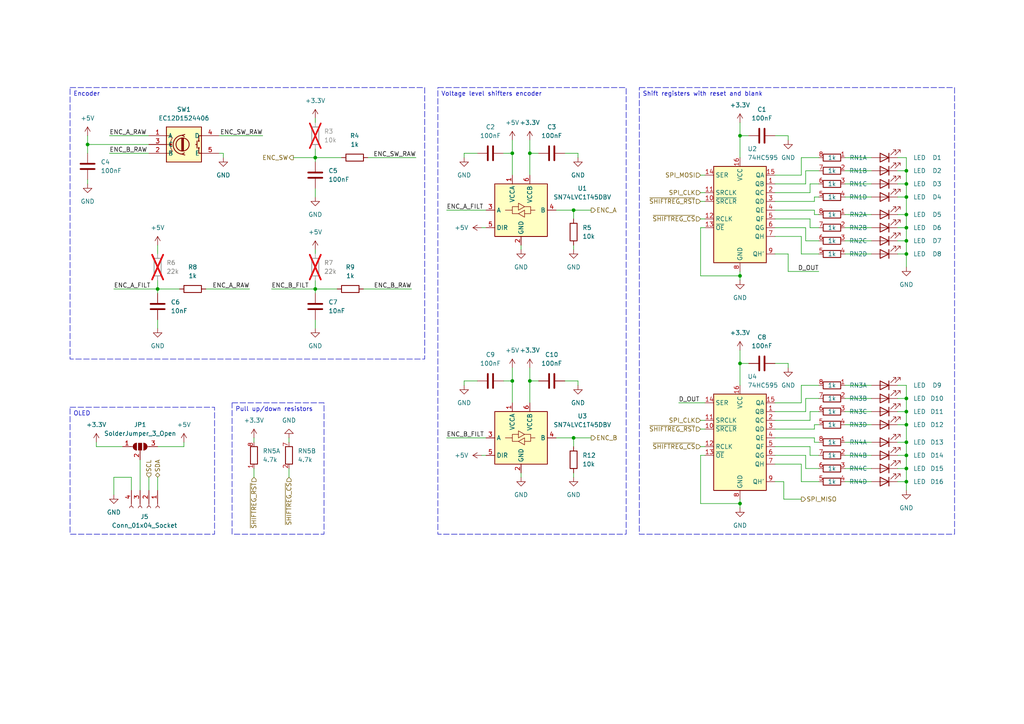
<source format=kicad_sch>
(kicad_sch (version 20231120) (generator "eeschema") (generator_version "8.0")
  (paper "A4")
  (title_block (title "HMI") (date "2024-04-26") (rev "V2.0") (company "HAN") (comment 1 "Authors: Thomas Ijseldijk, Hugo Arends & Emiel Visser"))
  (lib_symbols
    (symbol "74xx:74HC595"
      (property "Reference" "U" (at -7.62 13.97 0))
      (property "Value" "74HC595" (at -7.62 -16.51 0))
      (symbol "74HC595_1_0"
        (pin tri_state line (at 10.16 7.62 180) (length 2.54) (name "QB") (number "1"))
        (pin input line (at -10.16 2.54 0) (length 2.54) (name "~{SRCLR}") (number "10"))
        (pin input line (at -10.16 5.08 0) (length 2.54) (name "SRCLK") (number "11"))
        (pin input line (at -10.16 -2.54 0) (length 2.54) (name "RCLK") (number "12"))
        (pin input line (at -10.16 -5.08 0) (length 2.54) (name "~{OE}") (number "13"))
        (pin input line (at -10.16 10.16 0) (length 2.54) (name "SER") (number "14"))
        (pin tri_state line (at 10.16 10.16 180) (length 2.54) (name "QA") (number "15"))
        (pin power_in line (at 0 15.24 270) (length 2.54) (name "VCC") (number "16"))
        (pin tri_state line (at 10.16 5.08 180) (length 2.54) (name "QC") (number "2"))
        (pin tri_state line (at 10.16 2.54 180) (length 2.54) (name "QD") (number "3"))
        (pin tri_state line (at 10.16 0 180) (length 2.54) (name "QE") (number "4"))
        (pin tri_state line (at 10.16 -2.54 180) (length 2.54) (name "QF") (number "5"))
        (pin tri_state line (at 10.16 -5.08 180) (length 2.54) (name "QG") (number "6"))
        (pin tri_state line (at 10.16 -7.62 180) (length 2.54) (name "QH") (number "7"))
        (pin power_in line (at 0 -17.78 90) (length 2.54) (name "GND") (number "8"))
        (pin output line (at 10.16 -12.7 180) (length 2.54) (name "QH'") (number "9"))
      )
      (symbol "74HC595_1_1"
        (rectangle (start -7.62 12.7) (end 7.62 -15.24) (stroke (width 0.254)) (fill (type background)))
      )
    )
    (symbol "Connector:Conn_01x04_Socket" (pin_names (offset 1.016) hide)
      (property "Reference" "J" (at 0 5.08 0))
      (property "Value" "Conn_01x04_Socket" (at 0 -7.62 0))
      (symbol "Conn_01x04_Socket_1_1"
        (arc (start 0 -4.572) (mid -0.5058 -5.08) (end 0 -5.588) (stroke (width 0.1524)))
        (arc (start 0 -2.032) (mid -0.5058 -2.54) (end 0 -3.048) (stroke (width 0.1524)))
        (polyline (pts (xy -1.27 -5.08) (xy -0.508 -5.08)) (stroke (width 0.1524)))
        (polyline (pts (xy -1.27 -2.54) (xy -0.508 -2.54)) (stroke (width 0.1524)))
        (polyline (pts (xy -1.27 0) (xy -0.508 0)) (stroke (width 0.1524)))
        (polyline (pts (xy -1.27 2.54) (xy -0.508 2.54)) (stroke (width 0.1524)))
        (arc (start 0 0.508) (mid -0.5058 0) (end 0 -0.508) (stroke (width 0.1524)))
        (arc (start 0 3.048) (mid -0.5058 2.54) (end 0 2.032) (stroke (width 0.1524)))
        (pin passive line (at -5.08 2.54 0) (length 3.81) (name "Pin_1") (number "1"))
        (pin passive line (at -5.08 0 0) (length 3.81) (name "Pin_2") (number "2"))
        (pin passive line (at -5.08 -2.54 0) (length 3.81) (name "Pin_3") (number "3"))
        (pin passive line (at -5.08 -5.08 0) (length 3.81) (name "Pin_4") (number "4"))
      )
    )
    (symbol "Device:C" (pin_numbers hide) (pin_names (offset 0.254))
      (property "Reference" "C" (at 0.635 2.54 0))
      (property "Value" "C" (at 0.635 -2.54 0))
      (symbol "C_0_1"
        (polyline (pts (xy -2.032 -0.762) (xy 2.032 -0.762)) (stroke (width 0.508)))
        (polyline (pts (xy -2.032 0.762) (xy 2.032 0.762)) (stroke (width 0.508)))
      )
      (symbol "C_1_1"
        (pin passive line (at 0 3.81 270) (length 2.794) (name "~") (number "1"))
        (pin passive line (at 0 -3.81 90) (length 2.794) (name "~") (number "2"))
      )
    )
    (symbol "Device:LED" (pin_numbers hide) (pin_names (offset 1.016) hide)
      (property "Reference" "D" (at 0 2.54 0))
      (property "Value" "LED" (at 0 -2.54 0))
      (symbol "LED_0_1"
        (polyline (pts (xy -1.27 -1.27) (xy -1.27 1.27)) (stroke (width 0.254)))
        (polyline (pts (xy -1.27 0) (xy 1.27 0)))
        (polyline (pts (xy 1.27 -1.27) (xy 1.27 1.27) (xy -1.27 0) (xy 1.27 -1.27)) (stroke (width 0.254)))
        (polyline (pts (xy -3.048 -0.762) (xy -4.572 -2.286) (xy -3.81 -2.286) (xy -4.572 -2.286) (xy -4.572 -1.524)))
        (polyline (pts (xy -1.778 -0.762) (xy -3.302 -2.286) (xy -2.54 -2.286) (xy -3.302 -2.286) (xy -3.302 -1.524)))
      )
      (symbol "LED_1_1"
        (pin passive line (at -3.81 0 0) (length 2.54) (name "K") (number "1"))
        (pin passive line (at 3.81 0 180) (length 2.54) (name "A") (number "2"))
      )
    )
    (symbol "Device:R" (pin_numbers hide) (pin_names (offset 0))
      (property "Reference" "R" (at 2.032 0 90))
      (property "Value" "R" (at 0 0 90))
      (symbol "R_0_1"
        (rectangle (start -1.016 -2.54) (end 1.016 2.54) (stroke (width 0.254)))
      )
      (symbol "R_1_1"
        (pin passive line (at 0 3.81 270) (length 1.27) (name "~") (number "1"))
        (pin passive line (at 0 -3.81 90) (length 1.27) (name "~") (number "2"))
      )
    )
    (symbol "Device:R_Pack04_Split" (pin_names (offset 0) hide)
      (property "Reference" "RN" (at 2.032 0 90))
      (property "Value" "R_Pack04_Split" (at 0 0 90))
      (symbol "R_Pack04_Split_0_1"
        (rectangle (start 1.016 2.54) (end -1.016 -2.54) (stroke (width 0.254)))
      )
      (symbol "R_Pack04_Split_1_1"
        (pin passive line (at 0 -3.81 90) (length 1.27) (name "R1.1") (number "1"))
        (pin passive line (at 0 3.81 270) (length 1.27) (name "R1.2") (number "8"))
      )
      (symbol "R_Pack04_Split_2_1"
        (pin passive line (at 0 -3.81 90) (length 1.27) (name "R2.1") (number "2"))
        (pin passive line (at 0 3.81 270) (length 1.27) (name "R2.2") (number "7"))
      )
      (symbol "R_Pack04_Split_3_1"
        (pin passive line (at 0 -3.81 90) (length 1.27) (name "R3.1") (number "3"))
        (pin passive line (at 0 3.81 270) (length 1.27) (name "R3.2") (number "6"))
      )
      (symbol "R_Pack04_Split_4_1"
        (pin passive line (at 0 -3.81 90) (length 1.27) (name "R4.1") (number "4"))
        (pin passive line (at 0 3.81 270) (length 1.27) (name "R4.2") (number "5"))
      )
    )
    (symbol "Jumper:SolderJumper_3_Open" (pin_names (offset 0) hide)
      (property "Reference" "JP" (at -2.54 -2.54 0))
      (property "Value" "SolderJumper_3_Open" (at 0 2.794 0))
      (symbol "SolderJumper_3_Open_0_1"
        (arc (start -1.016 1.016) (mid -2.0276 0) (end -1.016 -1.016))
        (arc (start -1.016 1.016) (mid -2.0276 0) (end -1.016 -1.016) (fill (type outline)))
        (rectangle (start -0.508 1.016) (end 0.508 -1.016) (fill (type outline)))
        (polyline (pts (xy -2.54 0) (xy -2.032 0)))
        (polyline (pts (xy -1.016 1.016) (xy -1.016 -1.016)))
        (polyline (pts (xy 0 -1.27) (xy 0 -1.016)))
        (polyline (pts (xy 1.016 1.016) (xy 1.016 -1.016)))
        (polyline (pts (xy 2.54 0) (xy 2.032 0)))
        (arc (start 1.016 -1.016) (mid 2.0276 0) (end 1.016 1.016))
        (arc (start 1.016 -1.016) (mid 2.0276 0) (end 1.016 1.016) (fill (type outline)))
      )
      (symbol "SolderJumper_3_Open_1_1"
        (pin passive line (at -5.08 0 0) (length 2.54) (name "A") (number "1"))
        (pin passive line (at 0 -3.81 90) (length 2.54) (name "C") (number "2"))
        (pin passive line (at 5.08 0 180) (length 2.54) (name "B") (number "3"))
      )
    )
    (symbol "Logic_LevelTranslator:SN74LVC1T45DBV"
      (property "Reference" "U" (at -6.35 8.89 0))
      (property "Value" "SN74LVC1T45DBV" (at 3.81 8.89 0))
      (symbol "SN74LVC1T45DBV_0_1"
        (rectangle (start -7.62 7.62) (end 7.62 -7.62) (stroke (width 0.254)) (fill (type background)))
        (polyline (pts (xy -2.54 0) (xy -2.54 1.016) (xy -0.762 1.016)))
        (polyline (pts (xy 2.794 0) (xy 2.794 -1.016) (xy 1.016 -1.016)))
        (polyline (pts (xy -0.762 -1.016) (xy -2.54 -1.016) (xy -2.54 0) (xy -4.572 0)))
        (polyline (pts (xy -0.762 0) (xy -0.762 2.032) (xy 1.016 1.016) (xy -0.762 0)))
        (polyline (pts (xy 1.016 1.016) (xy 2.794 1.016) (xy 2.794 0) (xy 4.064 0)))
        (polyline (pts (xy 1.016 0) (xy 1.016 -1.778) (xy 1.016 -2.032) (xy -0.762 -1.016) (xy 1.016 0)))
      )
      (symbol "SN74LVC1T45DBV_1_1"
        (pin power_in line (at -2.54 10.16 270) (length 2.54) (name "VCCA") (number "1"))
        (pin power_in line (at 0 -10.16 90) (length 2.54) (name "GND") (number "2"))
        (pin bidirectional line (at -10.16 0 0) (length 2.54) (name "A") (number "3"))
        (pin bidirectional line (at 10.16 0 180) (length 2.54) (name "B") (number "4"))
        (pin input line (at -10.16 -5.08 0) (length 2.54) (name "DIR") (number "5"))
        (pin power_in line (at 2.54 10.16 270) (length 2.54) (name "VCCB") (number "6"))
      )
    )
    (symbol "SamacSys:EC12D1564404"
      (property "Reference" "SW" (at 10.414 7.62 0))
      (property "Value" "EC12D1564404" (at 10.414 5.08 0))
      (symbol "EC12D1564404_0_1"
        (polyline (pts (xy 9.525 -4.318) (xy 9.525 -0.762)) (stroke (width 0.254)))
        (polyline (pts (xy 9.779 -4.318) (xy 9.779 -0.762)) (stroke (width 0.254)))
        (polyline (pts (xy 10.033 -0.762) (xy 10.033 -4.318)) (stroke (width 0.254)))
        (polyline (pts (xy 13.97 -2.54) (xy 13.589 -2.54)) (stroke (width 0.254)))
        (polyline (pts (xy 13.97 -1.524) (xy 13.97 -3.556)) (stroke (width 0.254)))
        (polyline (pts (xy 5.08 -5.08) (xy 6.35 -5.08) (xy 6.35 -4.572)))
        (polyline (pts (xy 5.08 0) (xy 6.35 0) (xy 6.35 -0.508)))
        (polyline (pts (xy 10.414 -5.588) (xy 9.652 -5.334) (xy 10.287 -4.953)) (stroke (width 0.254)))
        (polyline (pts (xy 10.414 0.381) (xy 9.652 0.127) (xy 10.287 -0.254)) (stroke (width 0.254)))
        (polyline (pts (xy 15.24 -5.08) (xy 14.478 -5.08) (xy 14.478 -3.556)) (stroke (width 0.254)))
        (polyline (pts (xy 15.24 0) (xy 14.478 0) (xy 14.478 -1.524)) (stroke (width 0.254)))
        (polyline (pts (xy 5.08 -2.54) (xy 6.35 -2.54) (xy 6.35 -3.556) (xy 6.858 -4.572)))
        (polyline (pts (xy 5.842 -2.54) (xy 6.35 -2.54) (xy 6.35 -1.524) (xy 6.858 -0.508)))
        (circle (center 6.35 -2.54) (radius 0.254) (fill (type outline)))
        (circle (center 9.779 -2.54) (radius 1.905) (stroke (width 0.254)))
        (arc (start 9.779 0.127) (mid 7.0612 -2.6035) (end 9.779 -5.334) (stroke (width 0.254)))
        (circle (center 14.478 -3.556) (radius 0.127) (stroke (width 0.254)))
        (circle (center 14.478 -1.524) (radius 0.127) (stroke (width 0.254)))
      )
      (symbol "EC12D1564404_1_1"
        (rectangle (start 5.08 2.54) (end 15.24 -7.62) (stroke (width 0.254)) (fill (type background)))
        (pin passive line (at 0 0 0) (length 5.08) (name "A") (number "1"))
        (pin passive line (at 0 -5.08 0) (length 5.08) (name "B") (number "2"))
        (pin passive line (at 0 -2.54 0) (length 5.08) (name "C") (number "3"))
        (pin passive line (at 20.32 0 180) (length 5.08) (name "D") (number "4"))
        (pin passive line (at 20.32 -5.08 180) (length 5.08) (name "E") (number "5"))
      )
    )
    (symbol "power:+3.3V" (power) (pin_names (offset 0))
      (property "Value" "+3.3V" (at 0 3.556 0))
      (symbol "+3.3V_0_1"
        (polyline (pts (xy -0.762 1.27) (xy 0 2.54)))
        (polyline (pts (xy 0 0) (xy 0 2.54)))
        (polyline (pts (xy 0 2.54) (xy 0.762 1.27)))
      )
      (symbol "+3.3V_1_1"
        (pin power_in line (at 0 0 90) (length 0) hide (name "+3.3V") (number "1"))
      )
    )
    (symbol "power:+5V" (power) (pin_names (offset 0))
      (property "Value" "+5V" (at 0 3.556 0))
      (symbol "+5V_0_1"
        (polyline (pts (xy -0.762 1.27) (xy 0 2.54)))
        (polyline (pts (xy 0 0) (xy 0 2.54)))
        (polyline (pts (xy 0 2.54) (xy 0.762 1.27)))
      )
      (symbol "+5V_1_1"
        (pin power_in line (at 0 0 90) (length 0) hide (name "+5V") (number "1"))
      )
    )
    (symbol "power:GND" (power) (pin_names (offset 0))
      (property "Value" "GND" (at 0 -3.81 0))
      (symbol "GND_0_1"
        (polyline (pts (xy 0 0) (xy 0 -1.27) (xy 1.27 -1.27) (xy 0 -2.54) (xy -1.27 -1.27) (xy 0 -1.27)))
      )
      (symbol "GND_1_1"
        (pin power_in line (at 0 0 270) (length 0) hide (name "GND") (number "1"))
      )
    )
  )
  (junction (at 148.59 44.45))
  (junction (at 262.89 49.53))
  (junction (at 166.37 60.96))
  (junction (at 262.89 69.85))
  (junction (at 25.4 41.91))
  (junction (at 262.89 128.27))
  (junction (at 262.89 132.08))
  (junction (at 166.37 127))
  (junction (at 262.89 115.57))
  (junction (at 262.89 123.19))
  (junction (at 153.67 110.49))
  (junction (at 91.44 45.72))
  (junction (at 214.63 80.01))
  (junction (at 262.89 119.38))
  (junction (at 214.63 39.37))
  (junction (at 45.72 83.82))
  (junction (at 153.67 44.45))
  (junction (at 262.89 135.89))
  (junction (at 262.89 73.66))
  (junction (at 262.89 57.15))
  (junction (at 262.89 66.04))
  (junction (at 262.89 62.23))
  (junction (at 91.44 83.82))
  (junction (at 262.89 139.7))
  (junction (at 148.59 110.49))
  (junction (at 262.89 53.34))
  (junction (at 214.63 146.05))
  (junction (at 214.63 105.41))
  (wire (pts (xy 204.47 66.04) (xy 203.2 66.04)))
  (wire (pts (xy 134.62 111.76) (xy 134.62 110.49)))
  (wire (pts (xy 214.63 105.41) (xy 214.63 111.76)))
  (wire (pts (xy 166.37 127) (xy 171.45 127)))
  (wire (pts (xy 203.2 58.42) (xy 204.47 58.42)))
  (wire (pts (xy 167.64 44.45) (xy 163.83 44.45)))
  (wire (pts (xy 245.11 69.85) (xy 252.73 69.85)))
  (wire (pts (xy 262.89 62.23) (xy 262.89 57.15)))
  (wire (pts (xy 217.17 39.37) (xy 214.63 39.37)))
  (wire (pts (xy 262.89 49.53) (xy 262.89 45.72)))
  (wire (pts (xy 260.35 132.08) (xy 262.89 132.08)))
  (wire (pts (xy 234.95 66.04) (xy 234.95 63.5)))
  (wire (pts (xy 129.54 127) (xy 140.97 127)))
  (wire (pts (xy 260.35 119.38) (xy 262.89 119.38)))
  (wire (pts (xy 232.41 116.84) (xy 224.79 116.84)))
  (wire (pts (xy 245.11 123.19) (xy 252.73 123.19)))
  (wire (pts (xy 233.68 132.08) (xy 224.79 132.08)))
  (wire (pts (xy 236.22 58.42) (xy 224.79 58.42)))
  (wire (pts (xy 214.63 78.74) (xy 214.63 80.01)))
  (wire (pts (xy 260.35 69.85) (xy 262.89 69.85)))
  (wire (pts (xy 233.68 69.85) (xy 233.68 66.04)))
  (wire (pts (xy 237.49 119.38) (xy 234.95 119.38)))
  (wire (pts (xy 228.6 39.37) (xy 224.79 39.37)))
  (wire (pts (xy 232.41 73.66) (xy 237.49 73.66)))
  (wire (pts (xy 236.22 124.46) (xy 224.79 124.46)))
  (wire (pts (xy 139.7 66.04) (xy 140.97 66.04)))
  (wire (pts (xy 146.05 110.49) (xy 148.59 110.49)))
  (wire (pts (xy 214.63 101.6) (xy 214.63 105.41)))
  (wire (pts (xy 72.39 83.82) (xy 59.69 83.82)))
  (wire (pts (xy 146.05 44.45) (xy 148.59 44.45)))
  (wire (pts (xy 83.82 138.43) (xy 83.82 135.89)))
  (wire (pts (xy 83.82 128.27) (xy 83.82 127)))
  (wire (pts (xy 260.35 73.66) (xy 262.89 73.66)))
  (wire (pts (xy 166.37 60.96) (xy 171.45 60.96)))
  (wire (pts (xy 245.11 119.38) (xy 252.73 119.38)))
  (wire (pts (xy 134.62 44.45) (xy 138.43 44.45)))
  (wire (pts (xy 262.89 115.57) (xy 262.89 119.38)))
  (wire (pts (xy 203.2 63.5) (xy 204.47 63.5)))
  (wire (pts (xy 148.59 110.49) (xy 148.59 116.84)))
  (wire (pts (xy 161.29 127) (xy 166.37 127)))
  (wire (pts (xy 260.35 66.04) (xy 262.89 66.04)))
  (wire (pts (xy 217.17 105.41) (xy 214.63 105.41)))
  (wire (pts (xy 214.63 80.01) (xy 214.63 81.28)))
  (wire (pts (xy 91.44 72.39) (xy 91.44 73.66)))
  (wire (pts (xy 45.72 138.43) (xy 45.72 142.24)))
  (wire (pts (xy 234.95 121.92) (xy 224.79 121.92)))
  (wire (pts (xy 134.62 110.49) (xy 138.43 110.49)))
  (wire (pts (xy 236.22 57.15) (xy 236.22 58.42)))
  (wire (pts (xy 40.64 133.35) (xy 40.64 142.24)))
  (wire (pts (xy 228.6 105.41) (xy 224.79 105.41)))
  (wire (pts (xy 91.44 45.72) (xy 91.44 46.99)))
  (wire (pts (xy 234.95 119.38) (xy 234.95 121.92)))
  (wire (pts (xy 203.2 124.46) (xy 204.47 124.46)))
  (wire (pts (xy 224.79 134.62) (xy 232.41 134.62)))
  (wire (pts (xy 156.21 44.45) (xy 153.67 44.45)))
  (wire (pts (xy 167.64 111.76) (xy 167.64 110.49)))
  (wire (pts (xy 233.68 49.53) (xy 237.49 49.53)))
  (wire (pts (xy 233.68 119.38) (xy 233.68 115.57)))
  (wire (pts (xy 262.89 132.08) (xy 262.89 135.89)))
  (wire (pts (xy 45.72 83.82) (xy 45.72 85.09)))
  (wire (pts (xy 232.41 50.8) (xy 224.79 50.8)))
  (wire (pts (xy 148.59 106.68) (xy 148.59 110.49)))
  (wire (pts (xy 91.44 83.82) (xy 97.79 83.82)))
  (wire (pts (xy 52.07 83.82) (xy 45.72 83.82)))
  (wire (pts (xy 214.63 39.37) (xy 214.63 45.72)))
  (wire (pts (xy 236.22 60.96) (xy 236.22 62.23)))
  (wire (pts (xy 245.11 132.08) (xy 252.73 132.08)))
  (wire (pts (xy 234.95 63.5) (xy 224.79 63.5)))
  (wire (pts (xy 148.59 40.64) (xy 148.59 44.45)))
  (wire (pts (xy 45.72 71.12) (xy 45.72 73.66)))
  (wire (pts (xy 236.22 128.27) (xy 237.49 128.27)))
  (wire (pts (xy 233.68 115.57) (xy 237.49 115.57)))
  (wire (pts (xy 204.47 55.88) (xy 203.2 55.88)))
  (wire (pts (xy 236.22 123.19) (xy 236.22 124.46)))
  (wire (pts (xy 166.37 60.96) (xy 166.37 63.5)))
  (wire (pts (xy 203.2 146.05) (xy 214.63 146.05)))
  (wire (pts (xy 232.41 111.76) (xy 232.41 116.84)))
  (wire (pts (xy 260.35 123.19) (xy 262.89 123.19)))
  (wire (pts (xy 166.37 127) (xy 166.37 129.54)))
  (wire (pts (xy 262.89 53.34) (xy 262.89 49.53)))
  (wire (pts (xy 214.63 144.78) (xy 214.63 146.05)))
  (wire (pts (xy 262.89 111.76) (xy 262.89 115.57)))
  (wire (pts (xy 262.89 57.15) (xy 262.89 53.34)))
  (wire (pts (xy 153.67 40.64) (xy 153.67 44.45)))
  (wire (pts (xy 228.6 106.68) (xy 228.6 105.41)))
  (wire (pts (xy 260.35 128.27) (xy 262.89 128.27)))
  (wire (pts (xy 78.74 83.82) (xy 91.44 83.82)))
  (wire (pts (xy 25.4 52.07) (xy 25.4 53.34)))
  (wire (pts (xy 234.95 53.34) (xy 234.95 55.88)))
  (wire (pts (xy 224.79 53.34) (xy 233.68 53.34)))
  (wire (pts (xy 45.72 81.28) (xy 45.72 83.82)))
  (wire (pts (xy 91.44 45.72) (xy 85.09 45.72)))
  (wire (pts (xy 260.35 111.76) (xy 262.89 111.76)))
  (wire (pts (xy 227.33 144.78) (xy 227.33 139.7)))
  (wire (pts (xy 232.41 68.58) (xy 232.41 73.66)))
  (wire (pts (xy 237.49 66.04) (xy 234.95 66.04)))
  (wire (pts (xy 53.34 128.27) (xy 53.34 129.54)))
  (wire (pts (xy 233.68 53.34) (xy 233.68 49.53)))
  (wire (pts (xy 134.62 45.72) (xy 134.62 44.45)))
  (wire (pts (xy 237.49 111.76) (xy 232.41 111.76)))
  (wire (pts (xy 260.35 115.57) (xy 262.89 115.57)))
  (wire (pts (xy 33.02 138.43) (xy 38.1 138.43)))
  (wire (pts (xy 91.44 43.18) (xy 91.44 45.72)))
  (wire (pts (xy 224.79 127) (xy 236.22 127)))
  (wire (pts (xy 148.59 44.45) (xy 148.59 50.8)))
  (wire (pts (xy 91.44 57.15) (xy 91.44 54.61)))
  (wire (pts (xy 237.49 53.34) (xy 234.95 53.34)))
  (wire (pts (xy 27.94 129.54) (xy 35.56 129.54)))
  (wire (pts (xy 214.63 146.05) (xy 214.63 147.32)))
  (wire (pts (xy 236.22 123.19) (xy 237.49 123.19)))
  (wire (pts (xy 233.68 66.04) (xy 224.79 66.04)))
  (wire (pts (xy 153.67 110.49) (xy 153.67 116.84)))
  (wire (pts (xy 227.33 144.78) (xy 232.41 144.78)))
  (wire (pts (xy 161.29 60.96) (xy 166.37 60.96)))
  (wire (pts (xy 91.44 81.28) (xy 91.44 83.82)))
  (wire (pts (xy 105.41 83.82) (xy 119.38 83.82)))
  (wire (pts (xy 260.35 139.7) (xy 262.89 139.7)))
  (wire (pts (xy 232.41 134.62) (xy 232.41 139.7)))
  (wire (pts (xy 234.95 132.08) (xy 234.95 129.54)))
  (wire (pts (xy 91.44 95.25) (xy 91.44 92.71)))
  (wire (pts (xy 151.13 71.12) (xy 151.13 72.39)))
  (wire (pts (xy 151.13 137.16) (xy 151.13 138.43)))
  (wire (pts (xy 33.02 143.51) (xy 33.02 138.43)))
  (wire (pts (xy 245.11 45.72) (xy 252.73 45.72)))
  (wire (pts (xy 245.11 73.66) (xy 252.73 73.66)))
  (wire (pts (xy 234.95 129.54) (xy 224.79 129.54)))
  (wire (pts (xy 166.37 137.16) (xy 166.37 138.43)))
  (wire (pts (xy 228.6 78.74) (xy 228.6 73.66)))
  (wire (pts (xy 31.75 44.45) (xy 43.18 44.45)))
  (wire (pts (xy 262.89 135.89) (xy 262.89 139.7)))
  (wire (pts (xy 237.49 45.72) (xy 232.41 45.72)))
  (wire (pts (xy 224.79 119.38) (xy 233.68 119.38)))
  (wire (pts (xy 245.11 53.34) (xy 252.73 53.34)))
  (wire (pts (xy 25.4 44.45) (xy 25.4 41.91)))
  (wire (pts (xy 262.89 66.04) (xy 262.89 69.85)))
  (wire (pts (xy 73.66 135.89) (xy 73.66 138.43)))
  (wire (pts (xy 214.63 35.56) (xy 214.63 39.37)))
  (wire (pts (xy 203.2 132.08) (xy 203.2 146.05)))
  (wire (pts (xy 203.2 129.54) (xy 204.47 129.54)))
  (wire (pts (xy 260.35 57.15) (xy 262.89 57.15)))
  (wire (pts (xy 31.75 39.37) (xy 43.18 39.37)))
  (wire (pts (xy 203.2 80.01) (xy 214.63 80.01)))
  (wire (pts (xy 38.1 138.43) (xy 38.1 142.24)))
  (wire (pts (xy 262.89 128.27) (xy 262.89 132.08)))
  (wire (pts (xy 262.89 142.24) (xy 262.89 139.7)))
  (wire (pts (xy 204.47 121.92) (xy 203.2 121.92)))
  (wire (pts (xy 236.22 127) (xy 236.22 128.27)))
  (wire (pts (xy 233.68 135.89) (xy 233.68 132.08)))
  (wire (pts (xy 260.35 135.89) (xy 262.89 135.89)))
  (wire (pts (xy 237.49 78.74) (xy 228.6 78.74)))
  (wire (pts (xy 262.89 66.04) (xy 262.89 62.23)))
  (wire (pts (xy 262.89 45.72) (xy 260.35 45.72)))
  (wire (pts (xy 73.66 127) (xy 73.66 128.27)))
  (wire (pts (xy 99.06 45.72) (xy 91.44 45.72)))
  (wire (pts (xy 237.49 135.89) (xy 233.68 135.89)))
  (wire (pts (xy 106.68 45.72) (xy 120.65 45.72)))
  (wire (pts (xy 232.41 45.72) (xy 232.41 50.8)))
  (wire (pts (xy 196.85 116.84) (xy 204.47 116.84)))
  (wire (pts (xy 204.47 132.08) (xy 203.2 132.08)))
  (wire (pts (xy 237.49 69.85) (xy 233.68 69.85)))
  (wire (pts (xy 224.79 68.58) (xy 232.41 68.58)))
  (wire (pts (xy 203.2 66.04) (xy 203.2 80.01)))
  (wire (pts (xy 237.49 132.08) (xy 234.95 132.08)))
  (wire (pts (xy 245.11 62.23) (xy 252.73 62.23)))
  (wire (pts (xy 156.21 110.49) (xy 153.67 110.49)))
  (wire (pts (xy 203.2 50.8) (xy 204.47 50.8)))
  (wire (pts (xy 91.44 83.82) (xy 91.44 85.09)))
  (wire (pts (xy 245.11 115.57) (xy 252.73 115.57)))
  (wire (pts (xy 262.89 69.85) (xy 262.89 73.66)))
  (wire (pts (xy 245.11 135.89) (xy 252.73 135.89)))
  (wire (pts (xy 262.89 119.38) (xy 262.89 123.19)))
  (wire (pts (xy 234.95 55.88) (xy 224.79 55.88)))
  (wire (pts (xy 45.72 95.25) (xy 45.72 92.71)))
  (wire (pts (xy 139.7 132.08) (xy 140.97 132.08)))
  (wire (pts (xy 245.11 66.04) (xy 252.73 66.04)))
  (wire (pts (xy 167.64 110.49) (xy 163.83 110.49)))
  (wire (pts (xy 245.11 128.27) (xy 252.73 128.27)))
  (wire (pts (xy 167.64 45.72) (xy 167.64 44.45)))
  (wire (pts (xy 91.44 34.29) (xy 91.44 35.56)))
  (wire (pts (xy 260.35 49.53) (xy 262.89 49.53)))
  (wire (pts (xy 63.5 39.37) (xy 76.2 39.37)))
  (wire (pts (xy 43.18 138.43) (xy 43.18 142.24)))
  (wire (pts (xy 260.35 62.23) (xy 262.89 62.23)))
  (wire (pts (xy 153.67 106.68) (xy 153.67 110.49)))
  (wire (pts (xy 25.4 41.91) (xy 43.18 41.91)))
  (wire (pts (xy 245.11 49.53) (xy 252.73 49.53)))
  (wire (pts (xy 25.4 39.37) (xy 25.4 41.91)))
  (wire (pts (xy 129.54 60.96) (xy 140.97 60.96)))
  (wire (pts (xy 166.37 71.12) (xy 166.37 72.39)))
  (wire (pts (xy 262.89 123.19) (xy 262.89 128.27)))
  (wire (pts (xy 33.02 83.82) (xy 45.72 83.82)))
  (wire (pts (xy 63.5 44.45) (xy 64.77 44.45)))
  (wire (pts (xy 236.22 57.15) (xy 237.49 57.15)))
  (wire (pts (xy 224.79 139.7) (xy 227.33 139.7)))
  (wire (pts (xy 245.11 57.15) (xy 252.73 57.15)))
  (wire (pts (xy 245.11 111.76) (xy 252.73 111.76)))
  (wire (pts (xy 260.35 53.34) (xy 262.89 53.34)))
  (wire (pts (xy 64.77 45.72) (xy 64.77 44.45)))
  (wire (pts (xy 224.79 60.96) (xy 236.22 60.96)))
  (wire (pts (xy 153.67 44.45) (xy 153.67 50.8)))
  (wire (pts (xy 53.34 129.54) (xy 45.72 129.54)))
  (wire (pts (xy 27.94 128.27) (xy 27.94 129.54)))
  (wire (pts (xy 228.6 73.66) (xy 224.79 73.66)))
  (wire (pts (xy 236.22 62.23) (xy 237.49 62.23)))
  (wire (pts (xy 262.89 73.66) (xy 262.89 77.47)))
  (wire (pts (xy 245.11 139.7) (xy 252.73 139.7)))
  (wire (pts (xy 228.6 40.64) (xy 228.6 39.37)))
  (wire (pts (xy 232.41 139.7) (xy 237.49 139.7)))
  (text_box "Pull up/down resistors" (at 67.31 116.84 0) (size 26.67 38.1) (stroke (width 0) (type dash)) (effects (font (size 1.27 1.27)) (justify left top)))
  (text_box "OLED" (at 20.32 118.11 0) (size 41.91 36.83) (stroke (width 0) (type dash)) (effects (font (size 1.27 1.27)) (justify left top)))
  (text_box "Encoder" (at 20.32 25.4 0) (size 102.87 78.74) (stroke (width 0) (type dash)) (effects (font (size 1.27 1.27)) (justify left top)))
  (text_box "Voltage level shifters encoder" (at 127 25.4 0) (size 54.61 129.54) (stroke (width 0) (type dash)) (effects (font (size 1.27 1.27)) (justify left top)))
  (text_box "Shift registers with reset and blank" (at 185.42 25.4 0) (size 91.44 129.54) (stroke (width 0) (type dash)) (effects (font (size 1.27 1.27)) (justify left top)))
  (label "ENC_A_FILT" (at 33.02 83.82 0))
  (label "ENC_B_RAW" (at 119.38 83.82 180))
  (label "ENC_SW_RAW" (at 120.65 45.72 180))
  (label "ENC_B_FILT" (at 78.74 83.82 0))
  (label "ENC_SW_RAW" (at 76.2 39.37 180))
  (label "ENC_B_FILT" (at 129.54 127 0))
  (label "ENC_A_RAW" (at 72.39 83.82 180))
  (label "D_OUT" (at 196.85 116.84 0))
  (label "ENC_A_FILT" (at 129.54 60.96 0))
  (label "ENC_B_RAW" (at 31.75 44.45 0))
  (label "ENC_A_RAW" (at 31.75 39.37 0))
  (label "D_OUT" (at 237.49 78.74 180))
  (hierarchical_label "~{SHIFTREG_RST}" (shape input) (at 203.2 58.42 180))
  (hierarchical_label "~{SHIFTREG_CS}" (shape input) (at 83.82 138.43 270))
  (hierarchical_label "~{SHIFTREG_RST}" (shape input) (at 73.66 138.43 270))
  (hierarchical_label "SPI_MOSI" (shape input) (at 203.2 50.8 180))
  (hierarchical_label "ENC_A" (shape output) (at 171.45 60.96 0))
  (hierarchical_label "~{SHIFTREG_CS}" (shape input) (at 203.2 129.54 180))
  (hierarchical_label "ENC_SW" (shape output) (at 85.09 45.72 180))
  (hierarchical_label "ENC_B" (shape output) (at 171.45 127 0))
  (hierarchical_label "SCL" (shape input) (at 43.18 138.43 90))
  (hierarchical_label "SPI_MISO" (shape output) (at 232.41 144.78 0))
  (hierarchical_label "SDA" (shape bidirectional) (at 45.72 138.43 90))
  (hierarchical_label "SPI_CLK" (shape input) (at 203.2 55.88 180))
  (hierarchical_label "SPI_CLK" (shape input) (at 203.2 121.92 180))
  (hierarchical_label "~{SHIFTREG_CS}" (shape input) (at 203.2 63.5 180))
  (hierarchical_label "~{SHIFTREG_RST}" (shape input) (at 203.2 124.46 180))
  (symbol (lib_id "Device:R") (at 91.44 77.47 180) (unit 1) (dnp yes)
    (property "Reference" "R7" (at 93.98 76.1999 0) (effects (justify right)))
    (property "Value" "22k" (at 93.98 78.7399 0) (effects (justify right)))
    (property "Footprint" "Resistor_SMD:R_0805_2012Metric_Pad1.20x1.40mm_HandSolder" (effects (hide yes)))
    (property "GPN" "GPR060310K" (effects (hide yes)))
  )
  (symbol (lib_id "Device:R_Pack04_Split") (at 241.3 49.53 90) (unit 2)
    (property "Reference" "RN1" (at 248.92 49.53 90))
    (property "Value" "1k" (at 241.3 49.53 90))
    (property "Footprint" "Resistor_SMD:R_Array_Convex_4x1206" (effects (hide yes)))
    (property "Description" "4 resistor network, parallel topology, split" (effects (hide yes)))
  )
  (symbol (lib_id "power:GND") (at 166.37 72.39 0) (unit 1)
    (property "Reference" "#PWR021" (effects (hide yes)))
    (property "Value" "GND" (at 166.37 77.47 0))
  )
  (symbol (lib_id "Device:R") (at 91.44 39.37 180) (unit 1) (dnp yes)
    (property "Reference" "R3" (at 93.98 38.0999 0) (effects (justify right)))
    (property "Value" "10k" (at 93.98 40.6399 0) (effects (justify right)))
    (property "Footprint" "Resistor_SMD:R_0805_2012Metric_Pad1.20x1.40mm_HandSolder" (effects (hide yes)))
    (property "GPN" "GPR060310K" (effects (hide yes)))
  )
  (symbol (lib_id "SamacSys:EC12D1564404") (at 43.18 39.37 0) (unit 1)
    (property "Reference" "SW1" (at 53.34 31.75 0))
    (property "Value" "EC12D1524406" (at 53.34 34.29 0))
    (property "Footprint" "EC12D1564404" (effects (hide yes)))
    (property "Datasheet" "http://uk.rs-online.com/web/p/products/7295860" (effects (hide yes)))
    (property "Description" "17,5mm Vertical encoder 15 Pulses 30 DET Alps 15 Pulse Incremental Mechanical Rotary Encoder with a 5.975 mm Flat Shaft (Not Indexed), Through Hole" (effects (hide yes)))
    (property "Manufacturer_Name" "ALPS Electric" (effects (hide yes)))
    (property "Manufacturer_Part_Number" "EC12D1564404" (effects (hide yes)))
    (property "Mouser Part Number" "688-EC12D1564404" (effects (hide yes)))
    (property "Mouser Price/Stock" "https://www.mouser.co.uk/ProductDetail/ALPS/EC12D1564404?qs=YMSFtX0bdJAM7wHb6C5p3A%3D%3D" (effects (hide yes)))
    (property "Arrow Part Number" "EC12D1564404" (effects (hide yes)))
    (property "Arrow Price/Stock" "https://www.arrow.com/en/products/ec12d1564404/alps-electric" (effects (hide yes)))
  )
  (symbol (lib_id "Device:LED") (at 256.54 139.7 180) (unit 1)
    (property "Reference" "D16" (at 271.78 139.7 0))
    (property "Value" "LED" (at 266.7 139.7 0))
    (property "Footprint" "LED_SMD:LED_0805_2012Metric_Pad1.15x1.40mm_HandSolder" (effects (hide yes)))
    (property "Description" "Light emitting diode" (effects (hide yes)))
  )
  (symbol (lib_id "Device:C") (at 142.24 110.49 270) (mirror x) (unit 1)
    (property "Reference" "C9" (at 142.24 102.87 90))
    (property "Value" "100nF" (at 142.24 105.41 90))
    (property "Footprint" "Capacitor_SMD:C_0805_2012Metric_Pad1.18x1.45mm_HandSolder" (effects (hide yes)))
    (property "GPN" "GPC0603104" (effects (hide yes)))
  )
  (symbol (lib_id "power:+5V") (at 139.7 132.08 90) (unit 1)
    (property "Reference" "#PWR036" (effects (hide yes)))
    (property "Value" "+5V" (at 135.89 132.0799 90) (effects (justify left)))
  )
  (symbol (lib_id "Device:LED") (at 256.54 66.04 180) (unit 1)
    (property "Reference" "D6" (at 271.78 66.04 0))
    (property "Value" "LED" (at 266.7 66.04 0))
    (property "Footprint" "LED_SMD:LED_0805_2012Metric_Pad1.15x1.40mm_HandSolder" (effects (hide yes)))
    (property "Description" "Light emitting diode" (effects (hide yes)))
  )
  (symbol (lib_id "Device:R_Pack04_Split") (at 241.3 69.85 90) (unit 3)
    (property "Reference" "RN2" (at 248.92 69.85 90))
    (property "Value" "1k" (at 241.3 69.85 90))
    (property "Footprint" "Resistor_SMD:R_Array_Convex_4x1206" (effects (hide yes)))
    (property "Description" "4 resistor network, parallel topology, split" (effects (hide yes)))
  )
  (symbol (lib_id "Device:R_Pack04_Split") (at 241.3 119.38 90) (unit 3)
    (property "Reference" "RN3" (at 248.92 119.38 90))
    (property "Value" "1k" (at 241.3 119.38 90))
    (property "Footprint" "Resistor_SMD:R_Array_Convex_4x1206" (effects (hide yes)))
    (property "Description" "4 resistor network, parallel topology, split" (effects (hide yes)))
  )
  (symbol (lib_id "Device:R_Pack04_Split") (at 241.3 123.19 90) (unit 4)
    (property "Reference" "RN3" (at 248.92 123.19 90))
    (property "Value" "1k" (at 241.3 123.19 90))
    (property "Footprint" "Resistor_SMD:R_Array_Convex_4x1206" (effects (hide yes)))
    (property "Description" "4 resistor network, parallel topology, split" (effects (hide yes)))
  )
  (symbol (lib_id "Device:C") (at 91.44 88.9 0) (unit 1)
    (property "Reference" "C7" (at 95.25 87.6299 0) (effects (justify left)))
    (property "Value" "10nF" (at 95.25 90.1699 0) (effects (justify left)))
    (property "Footprint" "Capacitor_SMD:C_0805_2012Metric_Pad1.18x1.45mm_HandSolder" (effects (hide yes)))
    (property "GPN" "GPC0603104" (effects (hide yes)))
  )
  (symbol (lib_id "power:+3.3V") (at 153.67 106.68 0) (unit 1)
    (property "Reference" "#PWR028" (effects (hide yes)))
    (property "Value" "+3.3V" (at 153.67 101.6 0))
  )
  (symbol (lib_id "power:+3.3V") (at 27.94 128.27 0) (unit 1)
    (property "Reference" "#PWR034" (effects (hide yes)))
    (property "Value" "+3.3V" (at 27.94 123.19 0))
  )
  (symbol (lib_id "Device:C") (at 220.98 39.37 90) (unit 1)
    (property "Reference" "C1" (at 220.98 31.75 90))
    (property "Value" "100nF" (at 220.98 34.29 90))
    (property "Footprint" "Capacitor_SMD:C_0805_2012Metric_Pad1.18x1.45mm_HandSolder" (effects (hide yes)))
    (property "GPN" "GPC0603104" (effects (hide yes)))
  )
  (symbol (lib_id "Device:LED") (at 256.54 62.23 180) (unit 1)
    (property "Reference" "D5" (at 271.78 62.23 0))
    (property "Value" "LED" (at 266.7 62.23 0))
    (property "Footprint" "LED_SMD:LED_0805_2012Metric_Pad1.15x1.40mm_HandSolder" (effects (hide yes)))
    (property "Description" "Light emitting diode" (effects (hide yes)))
  )
  (symbol (lib_id "power:+5V") (at 53.34 128.27 0) (unit 1)
    (property "Reference" "#PWR035" (effects (hide yes)))
    (property "Value" "+5V" (at 53.34 123.19 0))
  )
  (symbol (lib_id "Device:R_Pack04_Split") (at 241.3 135.89 90) (unit 3)
    (property "Reference" "RN4" (at 248.92 135.89 90))
    (property "Value" "1k" (at 241.3 135.89 90))
    (property "Footprint" "Resistor_SMD:R_Array_Convex_4x1206" (effects (hide yes)))
    (property "Description" "4 resistor network, parallel topology, split" (effects (hide yes)))
  )
  (symbol (lib_id "power:GND") (at 83.82 127 180) (unit 1)
    (property "Reference" "#PWR033" (effects (hide yes)))
    (property "Value" "GND" (at 83.82 121.92 0))
  )
  (symbol (lib_id "power:+5V") (at 25.4 39.37 0) (unit 1)
    (property "Reference" "#PWR08" (effects (hide yes)))
    (property "Value" "+5V" (at 25.4 34.29 0))
  )
  (symbol (lib_id "Logic_LevelTranslator:SN74LVC1T45DBV") (at 151.13 127 0) (unit 1)
    (property "Reference" "U3" (at 168.91 120.6814 0))
    (property "Value" "SN74LVC1T45DBV" (at 168.91 123.2214 0))
    (property "Footprint" "Package_TO_SOT_SMD:SOT-23-6_Handsoldering" (effects (hide yes)))
    (property "Datasheet" "http://www.ti.com/lit/ds/symlink/sn74lvc1t45.pdf" (effects (hide yes)))
    (property "Description" "Single-Bit Dual-Supply Bus Transceiver With Configurable Voltage Translation and 3-State Outputs, SOT-23-6" (effects (hide yes)))
  )
  (symbol (lib_id "Device:LED") (at 256.54 69.85 180) (unit 1)
    (property "Reference" "D7" (at 271.78 69.85 0))
    (property "Value" "LED" (at 266.7 69.85 0))
    (property "Footprint" "LED_SMD:LED_0805_2012Metric_Pad1.15x1.40mm_HandSolder" (effects (hide yes)))
    (property "Description" "Light emitting diode" (effects (hide yes)))
  )
  (symbol (lib_id "power:+3.3V") (at 214.63 35.56 0) (unit 1)
    (property "Reference" "#PWR07" (effects (hide yes)))
    (property "Value" "+3.3V" (at 214.63 30.48 0))
  )
  (symbol (lib_id "Device:LED") (at 256.54 45.72 180) (unit 1)
    (property "Reference" "D1" (at 271.78 45.72 0))
    (property "Value" "LED" (at 266.7 45.72 0))
    (property "Footprint" "LED_SMD:LED_0805_2012Metric_Pad1.15x1.40mm_HandSolder" (effects (hide yes)))
    (property "Description" "Light emitting diode" (effects (hide yes)))
  )
  (symbol (lib_id "Device:LED") (at 256.54 123.19 180) (unit 1)
    (property "Reference" "D12" (at 271.78 123.19 0))
    (property "Value" "LED" (at 266.7 123.19 0))
    (property "Footprint" "LED_SMD:LED_0805_2012Metric_Pad1.15x1.40mm_HandSolder" (effects (hide yes)))
    (property "Description" "Light emitting diode" (effects (hide yes)))
  )
  (symbol (lib_id "power:+5V") (at 148.59 40.64 0) (unit 1)
    (property "Reference" "#PWR09" (effects (hide yes)))
    (property "Value" "+5V" (at 148.59 35.56 0))
  )
  (symbol (lib_id "Device:LED") (at 256.54 119.38 180) (unit 1)
    (property "Reference" "D11" (at 271.78 119.38 0))
    (property "Value" "LED" (at 266.7 119.38 0))
    (property "Footprint" "LED_SMD:LED_0805_2012Metric_Pad1.15x1.40mm_HandSolder" (effects (hide yes)))
    (property "Description" "Light emitting diode" (effects (hide yes)))
  )
  (symbol (lib_id "power:GND") (at 25.4 53.34 0) (unit 1)
    (property "Reference" "#PWR015" (effects (hide yes)))
    (property "Value" "GND" (at 25.4 58.42 0))
  )
  (symbol (lib_id "power:+5V") (at 139.7 66.04 90) (unit 1)
    (property "Reference" "#PWR017" (effects (hide yes)))
    (property "Value" "+5V" (at 135.89 66.0399 90) (effects (justify left)))
  )
  (symbol (lib_id "Device:C") (at 25.4 48.26 180) (unit 1)
    (property "Reference" "C4" (at 29.21 46.9899 0) (effects (justify right)))
    (property "Value" "100nF" (at 29.21 49.5299 0) (effects (justify right)))
    (property "Footprint" "Capacitor_SMD:C_0805_2012Metric_Pad1.18x1.45mm_HandSolder" (effects (hide yes)))
    (property "GPN" "GPC0603104" (effects (hide yes)))
  )
  (symbol (lib_id "Device:R") (at 166.37 133.35 180) (unit 1)
    (property "Reference" "R12" (at 168.91 132.0799 0) (effects (justify right)))
    (property "Value" "10k" (at 168.91 134.6199 0) (effects (justify right)))
    (property "Footprint" "Resistor_SMD:R_0805_2012Metric_Pad1.20x1.40mm_HandSolder" (effects (hide yes)))
    (property "GPN" "GPR060310K" (effects (hide yes)))
  )
  (symbol (lib_id "power:+3.3V") (at 214.63 101.6 0) (unit 1)
    (property "Reference" "#PWR026" (effects (hide yes)))
    (property "Value" "+3.3V" (at 214.63 96.52 0))
  )
  (symbol (lib_id "Device:C") (at 160.02 110.49 90) (unit 1)
    (property "Reference" "C10" (at 160.02 102.87 90))
    (property "Value" "100nF" (at 160.02 105.41 90))
    (property "Footprint" "Capacitor_SMD:C_0805_2012Metric_Pad1.18x1.45mm_HandSolder" (effects (hide yes)))
    (property "GPN" "GPC0603104" (effects (hide yes)))
  )
  (symbol (lib_id "Device:R") (at 102.87 45.72 270) (mirror x) (unit 1)
    (property "Reference" "R4" (at 102.87 39.37 90))
    (property "Value" "1k" (at 102.87 41.91 90))
    (property "Footprint" "Resistor_SMD:R_0805_2012Metric_Pad1.20x1.40mm_HandSolder" (effects (hide yes)))
    (property "GPN" "GPR06031K" (effects (hide yes)))
  )
  (symbol (lib_id "Device:C") (at 45.72 88.9 0) (unit 1)
    (property "Reference" "C6" (at 49.53 87.63 0) (effects (justify left)))
    (property "Value" "10nF" (at 49.53 90.17 0) (effects (justify left)))
    (property "Footprint" "Capacitor_SMD:C_0805_2012Metric_Pad1.18x1.45mm_HandSolder" (effects (hide yes)))
    (property "GPN" "GPC0603104" (effects (hide yes)))
  )
  (symbol (lib_id "Device:C") (at 220.98 105.41 90) (unit 1)
    (property "Reference" "C8" (at 220.98 97.79 90))
    (property "Value" "100nF" (at 220.98 100.33 90))
    (property "Footprint" "Capacitor_SMD:C_0805_2012Metric_Pad1.18x1.45mm_HandSolder" (effects (hide yes)))
    (property "GPN" "GPC0603104" (effects (hide yes)))
  )
  (symbol (lib_id "Device:C") (at 160.02 44.45 90) (unit 1)
    (property "Reference" "C3" (at 160.02 36.83 90))
    (property "Value" "100nF" (at 160.02 39.37 90))
    (property "Footprint" "Capacitor_SMD:C_0805_2012Metric_Pad1.18x1.45mm_HandSolder" (effects (hide yes)))
    (property "GPN" "GPC0603104" (effects (hide yes)))
  )
  (symbol (lib_id "power:GND") (at 167.64 111.76 0) (unit 1)
    (property "Reference" "#PWR031" (effects (hide yes)))
    (property "Value" "GND" (at 167.64 116.84 0))
  )
  (symbol (lib_id "power:GND") (at 262.89 77.47 0) (unit 1)
    (property "Reference" "#PWR022" (effects (hide yes)))
    (property "Value" "GND" (at 262.89 82.55 0))
  )
  (symbol (lib_id "Device:LED") (at 256.54 132.08 180) (unit 1)
    (property "Reference" "D14" (at 271.78 132.08 0))
    (property "Value" "LED" (at 266.7 132.08 0))
    (property "Footprint" "LED_SMD:LED_0805_2012Metric_Pad1.15x1.40mm_HandSolder" (effects (hide yes)))
    (property "Description" "Light emitting diode" (effects (hide yes)))
  )
  (symbol (lib_id "Device:LED") (at 256.54 111.76 180) (unit 1)
    (property "Reference" "D9" (at 271.78 111.76 0))
    (property "Value" "LED" (at 266.7 111.76 0))
    (property "Footprint" "LED_SMD:LED_0805_2012Metric_Pad1.15x1.40mm_HandSolder" (effects (hide yes)))
    (property "Description" "Light emitting diode" (effects (hide yes)))
  )
  (symbol (lib_id "Logic_LevelTranslator:SN74LVC1T45DBV") (at 151.13 60.96 0) (unit 1)
    (property "Reference" "U1" (at 168.91 54.6414 0))
    (property "Value" "SN74LVC1T45DBV" (at 168.91 57.1814 0))
    (property "Footprint" "Package_TO_SOT_SMD:SOT-23-6_Handsoldering" (effects (hide yes)))
    (property "Datasheet" "http://www.ti.com/lit/ds/symlink/sn74lvc1t45.pdf" (effects (hide yes)))
    (property "Description" "Single-Bit Dual-Supply Bus Transceiver With Configurable Voltage Translation and 3-State Outputs, SOT-23-6" (effects (hide yes)))
  )
  (symbol (lib_id "Device:LED") (at 256.54 115.57 180) (unit 1)
    (property "Reference" "D10" (at 271.78 115.57 0))
    (property "Value" "LED" (at 266.7 115.57 0))
    (property "Footprint" "LED_SMD:LED_0805_2012Metric_Pad1.15x1.40mm_HandSolder" (effects (hide yes)))
    (property "Description" "Light emitting diode" (effects (hide yes)))
  )
  (symbol (lib_id "Device:R_Pack04_Split") (at 241.3 57.15 90) (unit 4)
    (property "Reference" "RN1" (at 248.92 57.15 90))
    (property "Value" "1k" (at 241.3 57.15 90))
    (property "Footprint" "Resistor_SMD:R_Array_Convex_4x1206" (effects (hide yes)))
    (property "Description" "4 resistor network, parallel topology, split" (effects (hide yes)))
  )
  (symbol (lib_id "Device:LED") (at 256.54 73.66 180) (unit 1)
    (property "Reference" "D8" (at 271.78 73.66 0))
    (property "Value" "LED" (at 266.7 73.66 0))
    (property "Footprint" "LED_SMD:LED_0805_2012Metric_Pad1.15x1.40mm_HandSolder" (effects (hide yes)))
    (property "Description" "Light emitting diode" (effects (hide yes)))
  )
  (symbol (lib_id "Device:R_Pack04_Split") (at 241.3 62.23 90) (unit 1)
    (property "Reference" "RN2" (at 248.92 62.23 90))
    (property "Value" "1k" (at 241.3 62.23 90))
    (property "Footprint" "Resistor_SMD:R_Array_Convex_4x1206" (effects (hide yes)))
    (property "Description" "4 resistor network, parallel topology, split" (effects (hide yes)))
  )
  (symbol (lib_id "Device:LED") (at 256.54 135.89 180) (unit 1)
    (property "Reference" "D15" (at 271.78 135.89 0))
    (property "Value" "LED" (at 266.7 135.89 0))
    (property "Footprint" "LED_SMD:LED_0805_2012Metric_Pad1.15x1.40mm_HandSolder" (effects (hide yes)))
    (property "Description" "Light emitting diode" (effects (hide yes)))
  )
  (symbol (lib_id "power:GND") (at 134.62 111.76 0) (mirror y) (unit 1)
    (property "Reference" "#PWR030" (effects (hide yes)))
    (property "Value" "GND" (at 134.62 116.84 0))
  )
  (symbol (lib_id "Device:R_Pack04_Split") (at 241.3 53.34 90) (unit 3)
    (property "Reference" "RN1" (at 248.92 53.34 90))
    (property "Value" "1k" (at 241.3 53.34 90))
    (property "Footprint" "Resistor_SMD:R_Array_Convex_4x1206" (effects (hide yes)))
    (property "Description" "4 resistor network, parallel topology, split" (effects (hide yes)))
  )
  (symbol (lib_id "power:+3.3V") (at 73.66 127 0) (unit 1)
    (property "Reference" "#PWR032" (effects (hide yes)))
    (property "Value" "+3.3V" (at 73.66 121.92 0))
  )
  (symbol (lib_id "power:GND") (at 91.44 95.25 0) (unit 1)
    (property "Reference" "#PWR025" (effects (hide yes)))
    (property "Value" "GND" (at 91.44 100.33 0))
  )
  (symbol (lib_id "Device:R_Pack04_Split") (at 241.3 115.57 90) (unit 2)
    (property "Reference" "RN3" (at 248.92 115.57 90))
    (property "Value" "1k" (at 241.3 115.57 90))
    (property "Footprint" "Resistor_SMD:R_Array_Convex_4x1206" (effects (hide yes)))
    (property "Description" "4 resistor network, parallel topology, split" (effects (hide yes)))
  )
  (symbol (lib_id "power:+5V") (at 148.59 106.68 0) (unit 1)
    (property "Reference" "#PWR027" (effects (hide yes)))
    (property "Value" "+5V" (at 148.59 101.6 0))
  )
  (symbol (lib_id "power:GND") (at 151.13 138.43 0) (unit 1)
    (property "Reference" "#PWR037" (effects (hide yes)))
    (property "Value" "GND" (at 151.13 143.51 0))
  )
  (symbol (lib_id "power:GND") (at 64.77 45.72 0) (unit 1)
    (property "Reference" "#PWR012" (effects (hide yes)))
    (property "Value" "GND" (at 64.77 50.8 0))
  )
  (symbol (lib_id "power:+5V") (at 45.72 71.12 0) (unit 1)
    (property "Reference" "#PWR018" (effects (hide yes)))
    (property "Value" "+5V" (at 45.72 66.04 0))
  )
  (symbol (lib_id "power:GND") (at 134.62 45.72 0) (mirror y) (unit 1)
    (property "Reference" "#PWR013" (effects (hide yes)))
    (property "Value" "GND" (at 134.62 50.8 0))
  )
  (symbol (lib_id "Device:R_Pack04_Split") (at 83.82 132.08 0) (unit 2)
    (property "Reference" "RN5" (at 86.36 130.8099 0) (effects (justify left)))
    (property "Value" "4.7k" (at 86.36 133.3499 0) (effects (justify left)))
    (property "Footprint" "Resistor_SMD:R_Array_Convex_4x1206" (effects (hide yes)))
    (property "Description" "4 resistor network, parallel topology, split" (effects (hide yes)))
  )
  (symbol (lib_id "Jumper:SolderJumper_3_Open") (at 40.64 129.54 0) (unit 1)
    (property "Reference" "JP1" (at 40.64 123.19 0))
    (property "Value" "SolderJumper_3_Open" (at 40.64 125.73 0))
    (property "Footprint" "Jumper:SolderJumper-3_P2.0mm_Open_TrianglePad1.0x1.5mm" (effects (hide yes)))
  )
  (symbol (lib_id "Device:R_Pack04_Split") (at 241.3 128.27 90) (unit 1)
    (property "Reference" "RN4" (at 248.92 128.27 90))
    (property "Value" "1k" (at 241.3 128.27 90))
    (property "Footprint" "Resistor_SMD:R_Array_Convex_4x1206" (effects (hide yes)))
    (property "Description" "4 resistor network, parallel topology, split" (effects (hide yes)))
  )
  (symbol (lib_id "power:+3.3V") (at 153.67 40.64 0) (unit 1)
    (property "Reference" "#PWR010" (effects (hide yes)))
    (property "Value" "+3.3V" (at 153.67 35.56 0))
  )
  (symbol (lib_id "power:GND") (at 91.44 57.15 0) (unit 1)
    (property "Reference" "#PWR016" (effects (hide yes)))
    (property "Value" "GND" (at 91.44 62.23 0))
  )
  (symbol (lib_id "Device:R_Pack04_Split") (at 241.3 73.66 90) (unit 4)
    (property "Reference" "RN2" (at 248.92 73.66 90))
    (property "Value" "1k" (at 241.3 73.66 90))
    (property "Footprint" "Resistor_SMD:R_Array_Convex_4x1206" (effects (hide yes)))
    (property "Description" "4 resistor network, parallel topology, split" (effects (hide yes)))
  )
  (symbol (lib_id "power:+5V") (at 91.44 72.39 0) (unit 1)
    (property "Reference" "#PWR019" (effects (hide yes)))
    (property "Value" "+5V" (at 91.44 67.31 0))
  )
  (symbol (lib_id "power:GND") (at 33.02 143.51 0) (unit 1)
    (property "Reference" "#PWR040" (effects (hide yes)))
    (property "Value" "GND" (at 33.02 148.59 0))
  )
  (symbol (lib_id "power:GND") (at 228.6 40.64 0) (unit 1)
    (property "Reference" "#PWR011" (effects (hide yes)))
    (property "Value" "GND" (at 228.6 45.72 0))
  )
  (symbol (lib_id "Device:R_Pack04_Split") (at 241.3 132.08 90) (unit 2)
    (property "Reference" "RN4" (at 248.92 132.08 90))
    (property "Value" "1k" (at 241.3 132.08 90))
    (property "Footprint" "Resistor_SMD:R_Array_Convex_4x1206" (effects (hide yes)))
    (property "Description" "4 resistor network, parallel topology, split" (effects (hide yes)))
  )
  (symbol (lib_id "power:GND") (at 214.63 147.32 0) (unit 1)
    (property "Reference" "#PWR041" (effects (hide yes)))
    (property "Value" "GND" (at 214.63 152.4 0))
  )
  (symbol (lib_id "Device:R") (at 101.6 83.82 270) (mirror x) (unit 1)
    (property "Reference" "R9" (at 101.6 77.47 90))
    (property "Value" "1k" (at 101.6 80.01 90))
    (property "Footprint" "Resistor_SMD:R_0805_2012Metric_Pad1.20x1.40mm_HandSolder" (effects (hide yes)))
    (property "GPN" "GPR06031K" (effects (hide yes)))
  )
  (symbol (lib_id "Device:R") (at 166.37 67.31 180) (unit 1)
    (property "Reference" "R5" (at 168.91 66.0399 0) (effects (justify right)))
    (property "Value" "10k" (at 168.91 68.5799 0) (effects (justify right)))
    (property "Footprint" "Resistor_SMD:R_0805_2012Metric_Pad1.20x1.40mm_HandSolder" (effects (hide yes)))
    (property "GPN" "GPR060310K" (effects (hide yes)))
  )
  (symbol (lib_id "power:GND") (at 45.72 95.25 0) (unit 1)
    (property "Reference" "#PWR024" (effects (hide yes)))
    (property "Value" "GND" (at 45.72 100.33 0))
  )
  (symbol (lib_id "Device:LED") (at 256.54 53.34 180) (unit 1)
    (property "Reference" "D3" (at 271.78 53.34 0))
    (property "Value" "LED" (at 266.7 53.34 0))
    (property "Footprint" "LED_SMD:LED_0805_2012Metric_Pad1.15x1.40mm_HandSolder" (effects (hide yes)))
    (property "Description" "Light emitting diode" (effects (hide yes)))
  )
  (symbol (lib_id "power:GND") (at 214.63 81.28 0) (unit 1)
    (property "Reference" "#PWR023" (effects (hide yes)))
    (property "Value" "GND" (at 214.63 86.36 0))
  )
  (symbol (lib_id "power:+3.3V") (at 91.44 34.29 0) (unit 1)
    (property "Reference" "#PWR06" (effects (hide yes)))
    (property "Value" "+3.3V" (at 91.44 29.21 0))
  )
  (symbol (lib_id "Device:R_Pack04_Split") (at 241.3 45.72 90) (unit 1)
    (property "Reference" "RN1" (at 248.92 45.72 90))
    (property "Value" "1k" (at 241.3 45.72 90))
    (property "Footprint" "Resistor_SMD:R_Array_Convex_4x1206" (effects (hide yes)))
    (property "Description" "4 resistor network, parallel topology, split" (effects (hide yes)))
  )
  (symbol (lib_id "power:GND") (at 262.89 142.24 0) (unit 1)
    (property "Reference" "#PWR039" (effects (hide yes)))
    (property "Value" "GND" (at 262.89 147.32 0))
  )
  (symbol (lib_id "Device:R_Pack04_Split") (at 241.3 66.04 90) (unit 2)
    (property "Reference" "RN2" (at 248.92 66.04 90))
    (property "Value" "1k" (at 241.3 66.04 90))
    (property "Footprint" "Resistor_SMD:R_Array_Convex_4x1206" (effects (hide yes)))
    (property "Description" "4 resistor network, parallel topology, split" (effects (hide yes)))
  )
  (symbol (lib_id "power:GND") (at 228.6 106.68 0) (unit 1)
    (property "Reference" "#PWR029" (effects (hide yes)))
    (property "Value" "GND" (at 228.6 111.76 0))
  )
  (symbol (lib_id "power:GND") (at 166.37 138.43 0) (unit 1)
    (property "Reference" "#PWR038" (effects (hide yes)))
    (property "Value" "GND" (at 166.37 143.51 0))
  )
  (symbol (lib_id "Device:R") (at 45.72 77.47 180) (unit 1) (dnp yes)
    (property "Reference" "R6" (at 48.26 76.1999 0) (effects (justify right)))
    (property "Value" "22k" (at 48.26 78.7399 0) (effects (justify right)))
    (property "Footprint" "Resistor_SMD:R_0805_2012Metric_Pad1.20x1.40mm_HandSolder" (effects (hide yes)))
    (property "GPN" "GPR060310K" (effects (hide yes)))
  )
  (symbol (lib_id "Device:LED") (at 256.54 128.27 180) (unit 1)
    (property "Reference" "D13" (at 271.78 128.27 0))
    (property "Value" "LED" (at 266.7 128.27 0))
    (property "Footprint" "LED_SMD:LED_0805_2012Metric_Pad1.15x1.40mm_HandSolder" (effects (hide yes)))
    (property "Description" "Light emitting diode" (effects (hide yes)))
  )
  (symbol (lib_id "Device:LED") (at 256.54 49.53 180) (unit 1)
    (property "Reference" "D2" (at 271.78 49.53 0))
    (property "Value" "LED" (at 266.7 49.53 0))
    (property "Footprint" "LED_SMD:LED_0805_2012Metric_Pad1.15x1.40mm_HandSolder" (effects (hide yes)))
    (property "Description" "Light emitting diode" (effects (hide yes)))
  )
  (symbol (lib_id "Device:C") (at 91.44 50.8 0) (unit 1)
    (property "Reference" "C5" (at 95.25 49.53 0) (effects (justify left)))
    (property "Value" "100nF" (at 95.25 52.07 0) (effects (justify left)))
    (property "Footprint" "Capacitor_SMD:C_0805_2012Metric_Pad1.18x1.45mm_HandSolder" (effects (hide yes)))
    (property "GPN" "GPC0603104" (effects (hide yes)))
  )
  (symbol (lib_id "Device:R_Pack04_Split") (at 241.3 139.7 90) (unit 4)
    (property "Reference" "RN4" (at 248.92 139.7 90))
    (property "Value" "1k" (at 241.3 139.7 90))
    (property "Footprint" "Resistor_SMD:R_Array_Convex_4x1206" (effects (hide yes)))
    (property "Description" "4 resistor network, parallel topology, split" (effects (hide yes)))
  )
  (symbol (lib_id "Device:C") (at 142.24 44.45 270) (mirror x) (unit 1)
    (property "Reference" "C2" (at 142.24 36.83 90))
    (property "Value" "100nF" (at 142.24 39.37 90))
    (property "Footprint" "Capacitor_SMD:C_0805_2012Metric_Pad1.18x1.45mm_HandSolder" (effects (hide yes)))
    (property "GPN" "GPC0603104" (effects (hide yes)))
  )
  (symbol (lib_id "Device:R_Pack04_Split") (at 73.66 132.08 0) (unit 1)
    (property "Reference" "RN5" (at 76.2 130.8099 0) (effects (justify left)))
    (property "Value" "4.7k" (at 76.2 133.3499 0) (effects (justify left)))
    (property "Footprint" "Resistor_SMD:R_Array_Convex_4x1206" (effects (hide yes)))
    (property "Description" "4 resistor network, parallel topology, split" (effects (hide yes)))
  )
  (symbol (lib_id "Device:R") (at 55.88 83.82 270) (mirror x) (unit 1)
    (property "Reference" "R8" (at 55.88 77.47 90))
    (property "Value" "1k" (at 55.88 80.01 90))
    (property "Footprint" "Resistor_SMD:R_0805_2012Metric_Pad1.20x1.40mm_HandSolder" (effects (hide yes)))
    (property "GPN" "GPR06031K" (effects (hide yes)))
  )
  (symbol (lib_id "Device:LED") (at 256.54 57.15 180) (unit 1)
    (property "Reference" "D4" (at 271.78 57.15 0))
    (property "Value" "LED" (at 266.7 57.15 0))
    (property "Footprint" "LED_SMD:LED_0805_2012Metric_Pad1.15x1.40mm_HandSolder" (effects (hide yes)))
    (property "Description" "Light emitting diode" (effects (hide yes)))
  )
  (symbol (lib_id "74xx:74HC595") (at 214.63 60.96 0) (unit 1)
    (property "Reference" "U2" (at 216.8241 43.18 0) (effects (justify left)))
    (property "Value" "74HC595" (at 216.8241 45.72 0) (effects (justify left)))
    (property "Footprint" "Package_SO:TSSOP-16_4.4x5mm_P0.65mm" (effects (hide yes)))
    (property "Datasheet" "http://www.ti.com/lit/ds/symlink/sn74hc595.pdf" (effects (hide yes)))
    (property "Description" "8-bit serial in/out Shift Register 3-State Outputs" (effects (hide yes)))
  )
  (symbol (lib_id "power:GND") (at 151.13 72.39 0) (unit 1)
    (property "Reference" "#PWR020" (effects (hide yes)))
    (property "Value" "GND" (at 151.13 77.47 0))
  )
  (symbol (lib_id "74xx:74HC595") (at 214.63 127 0) (unit 1)
    (property "Reference" "U4" (at 216.8241 109.22 0) (effects (justify left)))
    (property "Value" "74HC595" (at 216.8241 111.76 0) (effects (justify left)))
    (property "Footprint" "Package_SO:TSSOP-16_4.4x5mm_P0.65mm" (effects (hide yes)))
    (property "Datasheet" "http://www.ti.com/lit/ds/symlink/sn74hc595.pdf" (effects (hide yes)))
    (property "Description" "8-bit serial in/out Shift Register 3-State Outputs" (effects (hide yes)))
  )
  (symbol (lib_id "Connector:Conn_01x04_Socket") (at 43.18 147.32 270) (unit 1)
    (property "Reference" "J5" (at 41.91 149.86 90))
    (property "Value" "Conn_01x04_Socket" (at 41.91 152.4 90))
    (property "Footprint" "Connector_PinSocket_2.54mm:PinSocket_1x04_P2.54mm_Vertical" (effects (hide yes)))
    (property "GPN" "GPHA-1X04" (effects (hide yes)))
  )
  (symbol (lib_id "Device:R_Pack04_Split") (at 241.3 111.76 90) (unit 1)
    (property "Reference" "RN3" (at 248.92 111.76 90))
    (property "Value" "1k" (at 241.3 111.76 90))
    (property "Footprint" "Resistor_SMD:R_Array_Convex_4x1206" (effects (hide yes)))
    (property "Description" "4 resistor network, parallel topology, split" (effects (hide yes)))
  )
  (symbol (lib_id "power:GND") (at 167.64 45.72 0) (unit 1)
    (property "Reference" "#PWR014" (effects (hide yes)))
    (property "Value" "GND" (at 167.64 50.8 0))
  )
)
</source>
